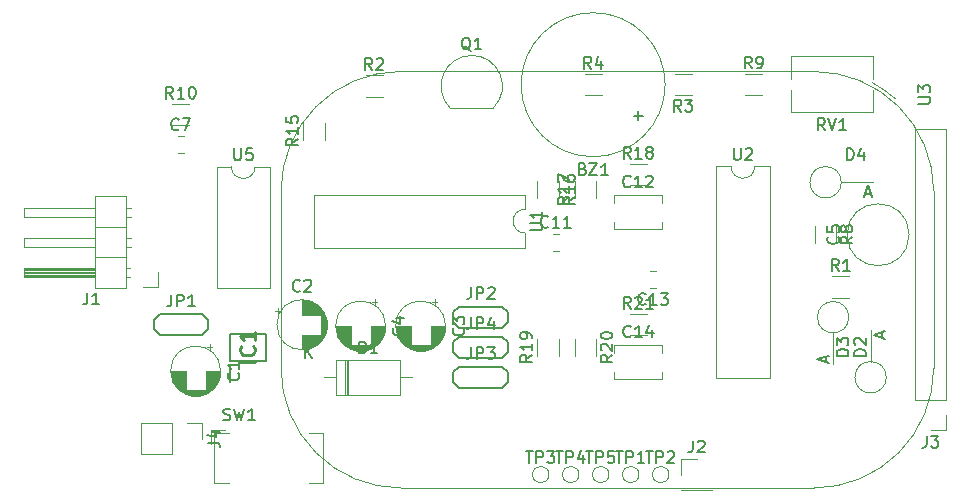
<source format=gbr>
%TF.GenerationSoftware,KiCad,Pcbnew,(6.0.2)*%
%TF.CreationDate,2022-06-08T22:41:36-07:00*%
%TF.ProjectId,TrailAlarm,54726169-6c41-46c6-9172-6d2e6b696361,1*%
%TF.SameCoordinates,Original*%
%TF.FileFunction,Legend,Top*%
%TF.FilePolarity,Positive*%
%FSLAX46Y46*%
G04 Gerber Fmt 4.6, Leading zero omitted, Abs format (unit mm)*
G04 Created by KiCad (PCBNEW (6.0.2)) date 2022-06-08 22:41:36*
%MOMM*%
%LPD*%
G01*
G04 APERTURE LIST*
%ADD10C,0.150000*%
%ADD11C,0.254000*%
%ADD12C,0.120000*%
%ADD13C,0.200000*%
G04 APERTURE END LIST*
D10*
%TO.C,R4*%
X156879592Y-112941639D02*
X156546259Y-112465449D01*
X156308163Y-112941639D02*
X156308163Y-111941639D01*
X156689116Y-111941639D01*
X156784354Y-111989259D01*
X156831973Y-112036878D01*
X156879592Y-112132116D01*
X156879592Y-112274973D01*
X156831973Y-112370211D01*
X156784354Y-112417830D01*
X156689116Y-112465449D01*
X156308163Y-112465449D01*
X157736735Y-112274973D02*
X157736735Y-112941639D01*
X157498639Y-111894020D02*
X157260544Y-112608306D01*
X157879592Y-112608306D01*
%TO.C,R18*%
X160213401Y-120561639D02*
X159880068Y-120085449D01*
X159641973Y-120561639D02*
X159641973Y-119561639D01*
X160022925Y-119561639D01*
X160118163Y-119609259D01*
X160165782Y-119656878D01*
X160213401Y-119752116D01*
X160213401Y-119894973D01*
X160165782Y-119990211D01*
X160118163Y-120037830D01*
X160022925Y-120085449D01*
X159641973Y-120085449D01*
X161165782Y-120561639D02*
X160594354Y-120561639D01*
X160880068Y-120561639D02*
X160880068Y-119561639D01*
X160784830Y-119704497D01*
X160689592Y-119799735D01*
X160594354Y-119847354D01*
X161737211Y-119990211D02*
X161641973Y-119942592D01*
X161594354Y-119894973D01*
X161546735Y-119799735D01*
X161546735Y-119752116D01*
X161594354Y-119656878D01*
X161641973Y-119609259D01*
X161737211Y-119561639D01*
X161927687Y-119561639D01*
X162022925Y-119609259D01*
X162070544Y-119656878D01*
X162118163Y-119752116D01*
X162118163Y-119799735D01*
X162070544Y-119894973D01*
X162022925Y-119942592D01*
X161927687Y-119990211D01*
X161737211Y-119990211D01*
X161641973Y-120037830D01*
X161594354Y-120085449D01*
X161546735Y-120180687D01*
X161546735Y-120371163D01*
X161594354Y-120466401D01*
X161641973Y-120514020D01*
X161737211Y-120561639D01*
X161927687Y-120561639D01*
X162022925Y-120514020D01*
X162070544Y-120466401D01*
X162118163Y-120371163D01*
X162118163Y-120180687D01*
X162070544Y-120085449D01*
X162022925Y-120037830D01*
X161927687Y-119990211D01*
%TO.C,R19*%
X151868639Y-137177116D02*
X151392449Y-137510449D01*
X151868639Y-137748544D02*
X150868639Y-137748544D01*
X150868639Y-137367592D01*
X150916259Y-137272354D01*
X150963878Y-137224735D01*
X151059116Y-137177116D01*
X151201973Y-137177116D01*
X151297211Y-137224735D01*
X151344830Y-137272354D01*
X151392449Y-137367592D01*
X151392449Y-137748544D01*
X151868639Y-136224735D02*
X151868639Y-136796163D01*
X151868639Y-136510449D02*
X150868639Y-136510449D01*
X151011497Y-136605687D01*
X151106735Y-136700925D01*
X151154354Y-136796163D01*
X151868639Y-135748544D02*
X151868639Y-135558068D01*
X151821020Y-135462830D01*
X151773401Y-135415211D01*
X151630544Y-135319973D01*
X151440068Y-135272354D01*
X151059116Y-135272354D01*
X150963878Y-135319973D01*
X150916259Y-135367592D01*
X150868639Y-135462830D01*
X150868639Y-135653306D01*
X150916259Y-135748544D01*
X150963878Y-135796163D01*
X151059116Y-135843782D01*
X151297211Y-135843782D01*
X151392449Y-135796163D01*
X151440068Y-135748544D01*
X151487687Y-135653306D01*
X151487687Y-135462830D01*
X151440068Y-135367592D01*
X151392449Y-135319973D01*
X151297211Y-135272354D01*
%TO.C,C14*%
X160233401Y-135611401D02*
X160185782Y-135659020D01*
X160042925Y-135706639D01*
X159947687Y-135706639D01*
X159804830Y-135659020D01*
X159709592Y-135563782D01*
X159661973Y-135468544D01*
X159614354Y-135278068D01*
X159614354Y-135135211D01*
X159661973Y-134944735D01*
X159709592Y-134849497D01*
X159804830Y-134754259D01*
X159947687Y-134706639D01*
X160042925Y-134706639D01*
X160185782Y-134754259D01*
X160233401Y-134801878D01*
X161185782Y-135706639D02*
X160614354Y-135706639D01*
X160900068Y-135706639D02*
X160900068Y-134706639D01*
X160804830Y-134849497D01*
X160709592Y-134944735D01*
X160614354Y-134992354D01*
X162042925Y-135039973D02*
X162042925Y-135706639D01*
X161804830Y-134659020D02*
X161566735Y-135373306D01*
X162185782Y-135373306D01*
%TO.C,R8*%
X179003639Y-127175925D02*
X178527449Y-127509259D01*
X179003639Y-127747354D02*
X178003639Y-127747354D01*
X178003639Y-127366401D01*
X178051259Y-127271163D01*
X178098878Y-127223544D01*
X178194116Y-127175925D01*
X178336973Y-127175925D01*
X178432211Y-127223544D01*
X178479830Y-127271163D01*
X178527449Y-127366401D01*
X178527449Y-127747354D01*
X178432211Y-126604497D02*
X178384592Y-126699735D01*
X178336973Y-126747354D01*
X178241735Y-126794973D01*
X178194116Y-126794973D01*
X178098878Y-126747354D01*
X178051259Y-126699735D01*
X178003639Y-126604497D01*
X178003639Y-126414020D01*
X178051259Y-126318782D01*
X178098878Y-126271163D01*
X178194116Y-126223544D01*
X178241735Y-126223544D01*
X178336973Y-126271163D01*
X178384592Y-126318782D01*
X178432211Y-126414020D01*
X178432211Y-126604497D01*
X178479830Y-126699735D01*
X178527449Y-126747354D01*
X178622687Y-126794973D01*
X178813163Y-126794973D01*
X178908401Y-126747354D01*
X178956020Y-126699735D01*
X179003639Y-126604497D01*
X179003639Y-126414020D01*
X178956020Y-126318782D01*
X178908401Y-126271163D01*
X178813163Y-126223544D01*
X178622687Y-126223544D01*
X178527449Y-126271163D01*
X178479830Y-126318782D01*
X178432211Y-126414020D01*
%TO.C,JP1*%
X121337925Y-132081639D02*
X121337925Y-132795925D01*
X121290306Y-132938782D01*
X121195068Y-133034020D01*
X121052211Y-133081639D01*
X120956973Y-133081639D01*
X121814116Y-133081639D02*
X121814116Y-132081639D01*
X122195068Y-132081639D01*
X122290306Y-132129259D01*
X122337925Y-132176878D01*
X122385544Y-132272116D01*
X122385544Y-132414973D01*
X122337925Y-132510211D01*
X122290306Y-132557830D01*
X122195068Y-132605449D01*
X121814116Y-132605449D01*
X123337925Y-133081639D02*
X122766497Y-133081639D01*
X123052211Y-133081639D02*
X123052211Y-132081639D01*
X122956973Y-132224497D01*
X122861735Y-132319735D01*
X122766497Y-132367354D01*
%TO.C,R1*%
X177834592Y-130086639D02*
X177501259Y-129610449D01*
X177263163Y-130086639D02*
X177263163Y-129086639D01*
X177644116Y-129086639D01*
X177739354Y-129134259D01*
X177786973Y-129181878D01*
X177834592Y-129277116D01*
X177834592Y-129419973D01*
X177786973Y-129515211D01*
X177739354Y-129562830D01*
X177644116Y-129610449D01*
X177263163Y-129610449D01*
X178786973Y-130086639D02*
X178215544Y-130086639D01*
X178501259Y-130086639D02*
X178501259Y-129086639D01*
X178406020Y-129229497D01*
X178310782Y-129324735D01*
X178215544Y-129372354D01*
%TO.C,TP2*%
X161508614Y-145324380D02*
X162080042Y-145324380D01*
X161794328Y-146324380D02*
X161794328Y-145324380D01*
X162413376Y-146324380D02*
X162413376Y-145324380D01*
X162794328Y-145324380D01*
X162889566Y-145372000D01*
X162937185Y-145419619D01*
X162984804Y-145514857D01*
X162984804Y-145657714D01*
X162937185Y-145752952D01*
X162889566Y-145800571D01*
X162794328Y-145848190D01*
X162413376Y-145848190D01*
X163365757Y-145419619D02*
X163413376Y-145372000D01*
X163508614Y-145324380D01*
X163746709Y-145324380D01*
X163841947Y-145372000D01*
X163889566Y-145419619D01*
X163937185Y-145514857D01*
X163937185Y-145610095D01*
X163889566Y-145752952D01*
X163318138Y-146324380D01*
X163937185Y-146324380D01*
%TO.C,R17*%
X155043639Y-123842116D02*
X154567449Y-124175449D01*
X155043639Y-124413544D02*
X154043639Y-124413544D01*
X154043639Y-124032592D01*
X154091259Y-123937354D01*
X154138878Y-123889735D01*
X154234116Y-123842116D01*
X154376973Y-123842116D01*
X154472211Y-123889735D01*
X154519830Y-123937354D01*
X154567449Y-124032592D01*
X154567449Y-124413544D01*
X155043639Y-122889735D02*
X155043639Y-123461163D01*
X155043639Y-123175449D02*
X154043639Y-123175449D01*
X154186497Y-123270687D01*
X154281735Y-123365925D01*
X154329354Y-123461163D01*
X154043639Y-122556401D02*
X154043639Y-121889735D01*
X155043639Y-122318306D01*
%TO.C,R2*%
X138346852Y-113059380D02*
X138013519Y-112583190D01*
X137775423Y-113059380D02*
X137775423Y-112059380D01*
X138156376Y-112059380D01*
X138251614Y-112107000D01*
X138299233Y-112154619D01*
X138346852Y-112249857D01*
X138346852Y-112392714D01*
X138299233Y-112487952D01*
X138251614Y-112535571D01*
X138156376Y-112583190D01*
X137775423Y-112583190D01*
X138727804Y-112154619D02*
X138775423Y-112107000D01*
X138870661Y-112059380D01*
X139108757Y-112059380D01*
X139203995Y-112107000D01*
X139251614Y-112154619D01*
X139299233Y-112249857D01*
X139299233Y-112345095D01*
X139251614Y-112487952D01*
X138680185Y-113059380D01*
X139299233Y-113059380D01*
%TO.C,D2*%
X180145010Y-137272354D02*
X179145010Y-137272354D01*
X179145010Y-137034259D01*
X179192630Y-136891401D01*
X179287868Y-136796163D01*
X179383106Y-136748544D01*
X179573582Y-136700925D01*
X179716439Y-136700925D01*
X179906915Y-136748544D01*
X180002153Y-136796163D01*
X180097391Y-136891401D01*
X180145010Y-137034259D01*
X180145010Y-137272354D01*
X179240249Y-136319973D02*
X179192630Y-136272354D01*
X179145010Y-136177116D01*
X179145010Y-135939020D01*
X179192630Y-135843782D01*
X179240249Y-135796163D01*
X179335487Y-135748544D01*
X179430725Y-135748544D01*
X179573582Y-135796163D01*
X180145010Y-136367592D01*
X180145010Y-135748544D01*
X176732925Y-137812354D02*
X176732925Y-137336163D01*
X177018639Y-137907592D02*
X176018639Y-137574259D01*
X177018639Y-137240925D01*
%TO.C,J1*%
X114227925Y-131906639D02*
X114227925Y-132620925D01*
X114180306Y-132763782D01*
X114085068Y-132859020D01*
X113942211Y-132906639D01*
X113846973Y-132906639D01*
X115227925Y-132906639D02*
X114656497Y-132906639D01*
X114942211Y-132906639D02*
X114942211Y-131906639D01*
X114846973Y-132049497D01*
X114751735Y-132144735D01*
X114656497Y-132192354D01*
%TO.C,R20*%
X158683639Y-137177116D02*
X158207449Y-137510449D01*
X158683639Y-137748544D02*
X157683639Y-137748544D01*
X157683639Y-137367592D01*
X157731259Y-137272354D01*
X157778878Y-137224735D01*
X157874116Y-137177116D01*
X158016973Y-137177116D01*
X158112211Y-137224735D01*
X158159830Y-137272354D01*
X158207449Y-137367592D01*
X158207449Y-137748544D01*
X157778878Y-136796163D02*
X157731259Y-136748544D01*
X157683639Y-136653306D01*
X157683639Y-136415211D01*
X157731259Y-136319973D01*
X157778878Y-136272354D01*
X157874116Y-136224735D01*
X157969354Y-136224735D01*
X158112211Y-136272354D01*
X158683639Y-136843782D01*
X158683639Y-136224735D01*
X157683639Y-135605687D02*
X157683639Y-135510449D01*
X157731259Y-135415211D01*
X157778878Y-135367592D01*
X157874116Y-135319973D01*
X158064592Y-135272354D01*
X158302687Y-135272354D01*
X158493163Y-135319973D01*
X158588401Y-135367592D01*
X158636020Y-135415211D01*
X158683639Y-135510449D01*
X158683639Y-135605687D01*
X158636020Y-135700925D01*
X158588401Y-135748544D01*
X158493163Y-135796163D01*
X158302687Y-135843782D01*
X158064592Y-135843782D01*
X157874116Y-135796163D01*
X157778878Y-135748544D01*
X157731259Y-135700925D01*
X157683639Y-135605687D01*
%TO.C,R21*%
X160233401Y-133261639D02*
X159900068Y-132785449D01*
X159661973Y-133261639D02*
X159661973Y-132261639D01*
X160042925Y-132261639D01*
X160138163Y-132309259D01*
X160185782Y-132356878D01*
X160233401Y-132452116D01*
X160233401Y-132594973D01*
X160185782Y-132690211D01*
X160138163Y-132737830D01*
X160042925Y-132785449D01*
X159661973Y-132785449D01*
X160614354Y-132356878D02*
X160661973Y-132309259D01*
X160757211Y-132261639D01*
X160995306Y-132261639D01*
X161090544Y-132309259D01*
X161138163Y-132356878D01*
X161185782Y-132452116D01*
X161185782Y-132547354D01*
X161138163Y-132690211D01*
X160566735Y-133261639D01*
X161185782Y-133261639D01*
X162138163Y-133261639D02*
X161566735Y-133261639D01*
X161852449Y-133261639D02*
X161852449Y-132261639D01*
X161757211Y-132404497D01*
X161661973Y-132499735D01*
X161566735Y-132547354D01*
%TO.C,J4*%
X124420899Y-144605333D02*
X125135185Y-144605333D01*
X125278042Y-144652952D01*
X125373280Y-144748190D01*
X125420899Y-144891047D01*
X125420899Y-144986285D01*
X124754233Y-143700571D02*
X125420899Y-143700571D01*
X124373280Y-143938666D02*
X125087566Y-144176761D01*
X125087566Y-143557714D01*
%TO.C,J2*%
X165485185Y-144442380D02*
X165485185Y-145156666D01*
X165437566Y-145299523D01*
X165342328Y-145394761D01*
X165199471Y-145442380D01*
X165104233Y-145442380D01*
X165913757Y-144537619D02*
X165961376Y-144490000D01*
X166056614Y-144442380D01*
X166294709Y-144442380D01*
X166389947Y-144490000D01*
X166437566Y-144537619D01*
X166485185Y-144632857D01*
X166485185Y-144728095D01*
X166437566Y-144870952D01*
X165866138Y-145442380D01*
X166485185Y-145442380D01*
%TO.C,TP4*%
X153888614Y-145324380D02*
X154460042Y-145324380D01*
X154174328Y-146324380D02*
X154174328Y-145324380D01*
X154793376Y-146324380D02*
X154793376Y-145324380D01*
X155174328Y-145324380D01*
X155269566Y-145372000D01*
X155317185Y-145419619D01*
X155364804Y-145514857D01*
X155364804Y-145657714D01*
X155317185Y-145752952D01*
X155269566Y-145800571D01*
X155174328Y-145848190D01*
X154793376Y-145848190D01*
X156221947Y-145657714D02*
X156221947Y-146324380D01*
X155983852Y-145276761D02*
X155745757Y-145991047D01*
X156364804Y-145991047D01*
%TO.C,C4*%
X140968401Y-134910925D02*
X141016020Y-134958544D01*
X141063639Y-135101401D01*
X141063639Y-135196639D01*
X141016020Y-135339497D01*
X140920782Y-135434735D01*
X140825544Y-135482354D01*
X140635068Y-135529973D01*
X140492211Y-135529973D01*
X140301735Y-135482354D01*
X140206497Y-135434735D01*
X140111259Y-135339497D01*
X140063639Y-135196639D01*
X140063639Y-135101401D01*
X140111259Y-134958544D01*
X140158878Y-134910925D01*
X140396973Y-134053782D02*
X141063639Y-134053782D01*
X140016020Y-134291878D02*
X140730306Y-134529973D01*
X140730306Y-133910925D01*
%TO.C,U1*%
X151730899Y-126618904D02*
X152540423Y-126618904D01*
X152635661Y-126571285D01*
X152683280Y-126523666D01*
X152730899Y-126428428D01*
X152730899Y-126237952D01*
X152683280Y-126142714D01*
X152635661Y-126095095D01*
X152540423Y-126047476D01*
X151730899Y-126047476D01*
X152730899Y-125047476D02*
X152730899Y-125618904D01*
X152730899Y-125333190D02*
X151730899Y-125333190D01*
X151873757Y-125428428D01*
X151968995Y-125523666D01*
X152016614Y-125618904D01*
%TO.C,RV1*%
X176668280Y-118162380D02*
X176334947Y-117686190D01*
X176096852Y-118162380D02*
X176096852Y-117162380D01*
X176477804Y-117162380D01*
X176573042Y-117210000D01*
X176620661Y-117257619D01*
X176668280Y-117352857D01*
X176668280Y-117495714D01*
X176620661Y-117590952D01*
X176573042Y-117638571D01*
X176477804Y-117686190D01*
X176096852Y-117686190D01*
X176953995Y-117162380D02*
X177287328Y-118162380D01*
X177620661Y-117162380D01*
X178477804Y-118162380D02*
X177906376Y-118162380D01*
X178192090Y-118162380D02*
X178192090Y-117162380D01*
X178096852Y-117305238D01*
X178001614Y-117400476D01*
X177906376Y-117448095D01*
%TO.C,JP2*%
X146717925Y-131446639D02*
X146717925Y-132160925D01*
X146670306Y-132303782D01*
X146575068Y-132399020D01*
X146432211Y-132446639D01*
X146336973Y-132446639D01*
X147194116Y-132446639D02*
X147194116Y-131446639D01*
X147575068Y-131446639D01*
X147670306Y-131494259D01*
X147717925Y-131541878D01*
X147765544Y-131637116D01*
X147765544Y-131779973D01*
X147717925Y-131875211D01*
X147670306Y-131922830D01*
X147575068Y-131970449D01*
X147194116Y-131970449D01*
X148146497Y-131541878D02*
X148194116Y-131494259D01*
X148289354Y-131446639D01*
X148527449Y-131446639D01*
X148622687Y-131494259D01*
X148670306Y-131541878D01*
X148717925Y-131637116D01*
X148717925Y-131732354D01*
X148670306Y-131875211D01*
X148098878Y-132446639D01*
X148717925Y-132446639D01*
%TO.C,U5*%
X126656854Y-119696639D02*
X126656854Y-120506163D01*
X126704473Y-120601401D01*
X126752092Y-120649020D01*
X126847330Y-120696639D01*
X127037806Y-120696639D01*
X127133044Y-120649020D01*
X127180663Y-120601401D01*
X127228282Y-120506163D01*
X127228282Y-119696639D01*
X128180663Y-119696639D02*
X127704473Y-119696639D01*
X127656854Y-120172830D01*
X127704473Y-120125211D01*
X127799711Y-120077592D01*
X128037806Y-120077592D01*
X128133044Y-120125211D01*
X128180663Y-120172830D01*
X128228282Y-120268068D01*
X128228282Y-120506163D01*
X128180663Y-120601401D01*
X128133044Y-120649020D01*
X128037806Y-120696639D01*
X127799711Y-120696639D01*
X127704473Y-120649020D01*
X127656854Y-120601401D01*
%TO.C,TP1*%
X158968614Y-145324380D02*
X159540042Y-145324380D01*
X159254328Y-146324380D02*
X159254328Y-145324380D01*
X159873376Y-146324380D02*
X159873376Y-145324380D01*
X160254328Y-145324380D01*
X160349566Y-145372000D01*
X160397185Y-145419619D01*
X160444804Y-145514857D01*
X160444804Y-145657714D01*
X160397185Y-145752952D01*
X160349566Y-145800571D01*
X160254328Y-145848190D01*
X159873376Y-145848190D01*
X161397185Y-146324380D02*
X160825757Y-146324380D01*
X161111471Y-146324380D02*
X161111471Y-145324380D01*
X161016233Y-145467238D01*
X160920995Y-145562476D01*
X160825757Y-145610095D01*
%TO.C,C1*%
X126998401Y-138720925D02*
X127046020Y-138768544D01*
X127093639Y-138911401D01*
X127093639Y-139006639D01*
X127046020Y-139149497D01*
X126950782Y-139244735D01*
X126855544Y-139292354D01*
X126665068Y-139339973D01*
X126522211Y-139339973D01*
X126331735Y-139292354D01*
X126236497Y-139244735D01*
X126141259Y-139149497D01*
X126093639Y-139006639D01*
X126093639Y-138911401D01*
X126141259Y-138768544D01*
X126188878Y-138720925D01*
X127093639Y-137768544D02*
X127093639Y-138339973D01*
X127093639Y-138054259D02*
X126093639Y-138054259D01*
X126236497Y-138149497D01*
X126331735Y-138244735D01*
X126379354Y-138339973D01*
%TO.C,R16*%
X155508639Y-123842116D02*
X155032449Y-124175449D01*
X155508639Y-124413544D02*
X154508639Y-124413544D01*
X154508639Y-124032592D01*
X154556259Y-123937354D01*
X154603878Y-123889735D01*
X154699116Y-123842116D01*
X154841973Y-123842116D01*
X154937211Y-123889735D01*
X154984830Y-123937354D01*
X155032449Y-124032592D01*
X155032449Y-124413544D01*
X155508639Y-122889735D02*
X155508639Y-123461163D01*
X155508639Y-123175449D02*
X154508639Y-123175449D01*
X154651497Y-123270687D01*
X154746735Y-123365925D01*
X154794354Y-123461163D01*
X154508639Y-122032592D02*
X154508639Y-122223068D01*
X154556259Y-122318306D01*
X154603878Y-122365925D01*
X154746735Y-122461163D01*
X154937211Y-122508782D01*
X155318163Y-122508782D01*
X155413401Y-122461163D01*
X155461020Y-122413544D01*
X155508639Y-122318306D01*
X155508639Y-122127830D01*
X155461020Y-122032592D01*
X155413401Y-121984973D01*
X155318163Y-121937354D01*
X155080068Y-121937354D01*
X154984830Y-121984973D01*
X154937211Y-122032592D01*
X154889592Y-122127830D01*
X154889592Y-122318306D01*
X154937211Y-122413544D01*
X154984830Y-122461163D01*
X155080068Y-122508782D01*
%TO.C,SW1*%
X125750185Y-142676761D02*
X125893042Y-142724380D01*
X126131138Y-142724380D01*
X126226376Y-142676761D01*
X126273995Y-142629142D01*
X126321614Y-142533904D01*
X126321614Y-142438666D01*
X126273995Y-142343428D01*
X126226376Y-142295809D01*
X126131138Y-142248190D01*
X125940661Y-142200571D01*
X125845423Y-142152952D01*
X125797804Y-142105333D01*
X125750185Y-142010095D01*
X125750185Y-141914857D01*
X125797804Y-141819619D01*
X125845423Y-141772000D01*
X125940661Y-141724380D01*
X126178757Y-141724380D01*
X126321614Y-141772000D01*
X126654947Y-141724380D02*
X126893042Y-142724380D01*
X127083519Y-142010095D01*
X127273995Y-142724380D01*
X127512090Y-141724380D01*
X128416852Y-142724380D02*
X127845423Y-142724380D01*
X128131138Y-142724380D02*
X128131138Y-141724380D01*
X128035899Y-141867238D01*
X127940661Y-141962476D01*
X127845423Y-142010095D01*
%TO.C,D3*%
X178667268Y-137272354D02*
X177667268Y-137272354D01*
X177667268Y-137034259D01*
X177714888Y-136891401D01*
X177810126Y-136796163D01*
X177905364Y-136748544D01*
X178095840Y-136700925D01*
X178238697Y-136700925D01*
X178429173Y-136748544D01*
X178524411Y-136796163D01*
X178619649Y-136891401D01*
X178667268Y-137034259D01*
X178667268Y-137272354D01*
X177667268Y-136367592D02*
X177667268Y-135748544D01*
X178048221Y-136081878D01*
X178048221Y-135939020D01*
X178095840Y-135843782D01*
X178143459Y-135796163D01*
X178238697Y-135748544D01*
X178476792Y-135748544D01*
X178572030Y-135796163D01*
X178619649Y-135843782D01*
X178667268Y-135939020D01*
X178667268Y-136224735D01*
X178619649Y-136319973D01*
X178572030Y-136367592D01*
X181507925Y-135732354D02*
X181507925Y-135256163D01*
X181793639Y-135827592D02*
X180793639Y-135494259D01*
X181793639Y-135160925D01*
%TO.C,TP3*%
X151348614Y-145324380D02*
X151920042Y-145324380D01*
X151634328Y-146324380D02*
X151634328Y-145324380D01*
X152253376Y-146324380D02*
X152253376Y-145324380D01*
X152634328Y-145324380D01*
X152729566Y-145372000D01*
X152777185Y-145419619D01*
X152824804Y-145514857D01*
X152824804Y-145657714D01*
X152777185Y-145752952D01*
X152729566Y-145800571D01*
X152634328Y-145848190D01*
X152253376Y-145848190D01*
X153158138Y-145324380D02*
X153777185Y-145324380D01*
X153443852Y-145705333D01*
X153586709Y-145705333D01*
X153681947Y-145752952D01*
X153729566Y-145800571D01*
X153777185Y-145895809D01*
X153777185Y-146133904D01*
X153729566Y-146229142D01*
X153681947Y-146276761D01*
X153586709Y-146324380D01*
X153300995Y-146324380D01*
X153205757Y-146276761D01*
X153158138Y-146229142D01*
%TO.C,C13*%
X161483401Y-132856401D02*
X161435782Y-132904020D01*
X161292925Y-132951639D01*
X161197687Y-132951639D01*
X161054830Y-132904020D01*
X160959592Y-132808782D01*
X160911973Y-132713544D01*
X160864354Y-132523068D01*
X160864354Y-132380211D01*
X160911973Y-132189735D01*
X160959592Y-132094497D01*
X161054830Y-131999259D01*
X161197687Y-131951639D01*
X161292925Y-131951639D01*
X161435782Y-131999259D01*
X161483401Y-132046878D01*
X162435782Y-132951639D02*
X161864354Y-132951639D01*
X162150068Y-132951639D02*
X162150068Y-131951639D01*
X162054830Y-132094497D01*
X161959592Y-132189735D01*
X161864354Y-132237354D01*
X162769116Y-131951639D02*
X163388163Y-131951639D01*
X163054830Y-132332592D01*
X163197687Y-132332592D01*
X163292925Y-132380211D01*
X163340544Y-132427830D01*
X163388163Y-132523068D01*
X163388163Y-132761163D01*
X163340544Y-132856401D01*
X163292925Y-132904020D01*
X163197687Y-132951639D01*
X162911973Y-132951639D01*
X162816735Y-132904020D01*
X162769116Y-132856401D01*
%TO.C,BZ1*%
X156165306Y-121437830D02*
X156308163Y-121485449D01*
X156355782Y-121533068D01*
X156403401Y-121628306D01*
X156403401Y-121771163D01*
X156355782Y-121866401D01*
X156308163Y-121914020D01*
X156212925Y-121961639D01*
X155831973Y-121961639D01*
X155831973Y-120961639D01*
X156165306Y-120961639D01*
X156260544Y-121009259D01*
X156308163Y-121056878D01*
X156355782Y-121152116D01*
X156355782Y-121247354D01*
X156308163Y-121342592D01*
X156260544Y-121390211D01*
X156165306Y-121437830D01*
X155831973Y-121437830D01*
X156736735Y-120961639D02*
X157403401Y-120961639D01*
X156736735Y-121961639D01*
X157403401Y-121961639D01*
X158308163Y-121961639D02*
X157736735Y-121961639D01*
X158022449Y-121961639D02*
X158022449Y-120961639D01*
X157927211Y-121104497D01*
X157831973Y-121199735D01*
X157736735Y-121247354D01*
X160475306Y-116920687D02*
X161237211Y-116920687D01*
X160856259Y-117301639D02*
X160856259Y-116539735D01*
%TO.C,C3*%
X146048401Y-134910925D02*
X146096020Y-134958544D01*
X146143639Y-135101401D01*
X146143639Y-135196639D01*
X146096020Y-135339497D01*
X146000782Y-135434735D01*
X145905544Y-135482354D01*
X145715068Y-135529973D01*
X145572211Y-135529973D01*
X145381735Y-135482354D01*
X145286497Y-135434735D01*
X145191259Y-135339497D01*
X145143639Y-135196639D01*
X145143639Y-135101401D01*
X145191259Y-134958544D01*
X145238878Y-134910925D01*
X145143639Y-134577592D02*
X145143639Y-133958544D01*
X145524592Y-134291878D01*
X145524592Y-134149020D01*
X145572211Y-134053782D01*
X145619830Y-134006163D01*
X145715068Y-133958544D01*
X145953163Y-133958544D01*
X146048401Y-134006163D01*
X146096020Y-134053782D01*
X146143639Y-134149020D01*
X146143639Y-134434735D01*
X146096020Y-134529973D01*
X146048401Y-134577592D01*
%TO.C,R15*%
X132065899Y-118879857D02*
X131589709Y-119213190D01*
X132065899Y-119451285D02*
X131065899Y-119451285D01*
X131065899Y-119070333D01*
X131113519Y-118975095D01*
X131161138Y-118927476D01*
X131256376Y-118879857D01*
X131399233Y-118879857D01*
X131494471Y-118927476D01*
X131542090Y-118975095D01*
X131589709Y-119070333D01*
X131589709Y-119451285D01*
X132065899Y-117927476D02*
X132065899Y-118498904D01*
X132065899Y-118213190D02*
X131065899Y-118213190D01*
X131208757Y-118308428D01*
X131303995Y-118403666D01*
X131351614Y-118498904D01*
X131065899Y-117022714D02*
X131065899Y-117498904D01*
X131542090Y-117546523D01*
X131494471Y-117498904D01*
X131446852Y-117403666D01*
X131446852Y-117165571D01*
X131494471Y-117070333D01*
X131542090Y-117022714D01*
X131637328Y-116975095D01*
X131875423Y-116975095D01*
X131970661Y-117022714D01*
X132018280Y-117070333D01*
X132065899Y-117165571D01*
X132065899Y-117403666D01*
X132018280Y-117498904D01*
X131970661Y-117546523D01*
%TO.C,U3*%
X184593639Y-115901163D02*
X185403163Y-115901163D01*
X185498401Y-115853544D01*
X185546020Y-115805925D01*
X185593639Y-115710687D01*
X185593639Y-115520211D01*
X185546020Y-115424973D01*
X185498401Y-115377354D01*
X185403163Y-115329735D01*
X184593639Y-115329735D01*
X184593639Y-114948782D02*
X184593639Y-114329735D01*
X184974592Y-114663068D01*
X184974592Y-114520211D01*
X185022211Y-114424973D01*
X185069830Y-114377354D01*
X185165068Y-114329735D01*
X185403163Y-114329735D01*
X185498401Y-114377354D01*
X185546020Y-114424973D01*
X185593639Y-114520211D01*
X185593639Y-114805925D01*
X185546020Y-114901163D01*
X185498401Y-114948782D01*
%TO.C,C12*%
X160213401Y-122911401D02*
X160165782Y-122959020D01*
X160022925Y-123006639D01*
X159927687Y-123006639D01*
X159784830Y-122959020D01*
X159689592Y-122863782D01*
X159641973Y-122768544D01*
X159594354Y-122578068D01*
X159594354Y-122435211D01*
X159641973Y-122244735D01*
X159689592Y-122149497D01*
X159784830Y-122054259D01*
X159927687Y-122006639D01*
X160022925Y-122006639D01*
X160165782Y-122054259D01*
X160213401Y-122101878D01*
X161165782Y-123006639D02*
X160594354Y-123006639D01*
X160880068Y-123006639D02*
X160880068Y-122006639D01*
X160784830Y-122149497D01*
X160689592Y-122244735D01*
X160594354Y-122292354D01*
X161546735Y-122101878D02*
X161594354Y-122054259D01*
X161689592Y-122006639D01*
X161927687Y-122006639D01*
X162022925Y-122054259D01*
X162070544Y-122101878D01*
X162118163Y-122197116D01*
X162118163Y-122292354D01*
X162070544Y-122435211D01*
X161499116Y-123006639D01*
X162118163Y-123006639D01*
%TO.C,C5*%
X177783401Y-127175925D02*
X177831020Y-127223544D01*
X177878639Y-127366401D01*
X177878639Y-127461639D01*
X177831020Y-127604497D01*
X177735782Y-127699735D01*
X177640544Y-127747354D01*
X177450068Y-127794973D01*
X177307211Y-127794973D01*
X177116735Y-127747354D01*
X177021497Y-127699735D01*
X176926259Y-127604497D01*
X176878639Y-127461639D01*
X176878639Y-127366401D01*
X176926259Y-127223544D01*
X176973878Y-127175925D01*
X176878639Y-126271163D02*
X176878639Y-126747354D01*
X177354830Y-126794973D01*
X177307211Y-126747354D01*
X177259592Y-126652116D01*
X177259592Y-126414020D01*
X177307211Y-126318782D01*
X177354830Y-126271163D01*
X177450068Y-126223544D01*
X177688163Y-126223544D01*
X177783401Y-126271163D01*
X177831020Y-126318782D01*
X177878639Y-126414020D01*
X177878639Y-126652116D01*
X177831020Y-126747354D01*
X177783401Y-126794973D01*
%TO.C,C2*%
X132229592Y-131736401D02*
X132181973Y-131784020D01*
X132039116Y-131831639D01*
X131943878Y-131831639D01*
X131801020Y-131784020D01*
X131705782Y-131688782D01*
X131658163Y-131593544D01*
X131610544Y-131403068D01*
X131610544Y-131260211D01*
X131658163Y-131069735D01*
X131705782Y-130974497D01*
X131801020Y-130879259D01*
X131943878Y-130831639D01*
X132039116Y-130831639D01*
X132181973Y-130879259D01*
X132229592Y-130926878D01*
X132610544Y-130926878D02*
X132658163Y-130879259D01*
X132753401Y-130831639D01*
X132991497Y-130831639D01*
X133086735Y-130879259D01*
X133134354Y-130926878D01*
X133181973Y-131022116D01*
X133181973Y-131117354D01*
X133134354Y-131260211D01*
X132562925Y-131831639D01*
X133181973Y-131831639D01*
%TO.C,D1*%
X137258163Y-137056639D02*
X137258163Y-136056639D01*
X137496259Y-136056639D01*
X137639116Y-136104259D01*
X137734354Y-136199497D01*
X137781973Y-136294735D01*
X137829592Y-136485211D01*
X137829592Y-136628068D01*
X137781973Y-136818544D01*
X137734354Y-136913782D01*
X137639116Y-137009020D01*
X137496259Y-137056639D01*
X137258163Y-137056639D01*
X138781973Y-137056639D02*
X138210544Y-137056639D01*
X138496259Y-137056639D02*
X138496259Y-136056639D01*
X138401020Y-136199497D01*
X138305782Y-136294735D01*
X138210544Y-136342354D01*
X132654354Y-137426639D02*
X132654354Y-136426639D01*
X133225782Y-137426639D02*
X132797211Y-136855211D01*
X133225782Y-136426639D02*
X132654354Y-136998068D01*
%TO.C,R10*%
X121478401Y-115481639D02*
X121145068Y-115005449D01*
X120906973Y-115481639D02*
X120906973Y-114481639D01*
X121287925Y-114481639D01*
X121383163Y-114529259D01*
X121430782Y-114576878D01*
X121478401Y-114672116D01*
X121478401Y-114814973D01*
X121430782Y-114910211D01*
X121383163Y-114957830D01*
X121287925Y-115005449D01*
X120906973Y-115005449D01*
X122430782Y-115481639D02*
X121859354Y-115481639D01*
X122145068Y-115481639D02*
X122145068Y-114481639D01*
X122049830Y-114624497D01*
X121954592Y-114719735D01*
X121859354Y-114767354D01*
X123049830Y-114481639D02*
X123145068Y-114481639D01*
X123240306Y-114529259D01*
X123287925Y-114576878D01*
X123335544Y-114672116D01*
X123383163Y-114862592D01*
X123383163Y-115100687D01*
X123335544Y-115291163D01*
X123287925Y-115386401D01*
X123240306Y-115434020D01*
X123145068Y-115481639D01*
X123049830Y-115481639D01*
X122954592Y-115434020D01*
X122906973Y-115386401D01*
X122859354Y-115291163D01*
X122811735Y-115100687D01*
X122811735Y-114862592D01*
X122859354Y-114672116D01*
X122906973Y-114576878D01*
X122954592Y-114529259D01*
X123049830Y-114481639D01*
D11*
%TO.C,IC1*%
X128410782Y-137774020D02*
X127140782Y-137774020D01*
X128289830Y-136443544D02*
X128350306Y-136504020D01*
X128410782Y-136685449D01*
X128410782Y-136806401D01*
X128350306Y-136987830D01*
X128229354Y-137108782D01*
X128108401Y-137169259D01*
X127866497Y-137229735D01*
X127685068Y-137229735D01*
X127443163Y-137169259D01*
X127322211Y-137108782D01*
X127201259Y-136987830D01*
X127140782Y-136806401D01*
X127140782Y-136685449D01*
X127201259Y-136504020D01*
X127261735Y-136443544D01*
X128410782Y-135234020D02*
X128410782Y-135959735D01*
X128410782Y-135596878D02*
X127140782Y-135596878D01*
X127322211Y-135717830D01*
X127443163Y-135838782D01*
X127503639Y-135959735D01*
D10*
%TO.C,JP4*%
X146717925Y-133986639D02*
X146717925Y-134700925D01*
X146670306Y-134843782D01*
X146575068Y-134939020D01*
X146432211Y-134986639D01*
X146336973Y-134986639D01*
X147194116Y-134986639D02*
X147194116Y-133986639D01*
X147575068Y-133986639D01*
X147670306Y-134034259D01*
X147717925Y-134081878D01*
X147765544Y-134177116D01*
X147765544Y-134319973D01*
X147717925Y-134415211D01*
X147670306Y-134462830D01*
X147575068Y-134510449D01*
X147194116Y-134510449D01*
X148622687Y-134319973D02*
X148622687Y-134986639D01*
X148384592Y-133939020D02*
X148146497Y-134653306D01*
X148765544Y-134653306D01*
%TO.C,U2*%
X168969354Y-119681639D02*
X168969354Y-120491163D01*
X169016973Y-120586401D01*
X169064592Y-120634020D01*
X169159830Y-120681639D01*
X169350306Y-120681639D01*
X169445544Y-120634020D01*
X169493163Y-120586401D01*
X169540782Y-120491163D01*
X169540782Y-119681639D01*
X169969354Y-119776878D02*
X170016973Y-119729259D01*
X170112211Y-119681639D01*
X170350306Y-119681639D01*
X170445544Y-119729259D01*
X170493163Y-119776878D01*
X170540782Y-119872116D01*
X170540782Y-119967354D01*
X170493163Y-120110211D01*
X169921735Y-120681639D01*
X170540782Y-120681639D01*
%TO.C,J3*%
X185287925Y-144031639D02*
X185287925Y-144745925D01*
X185240306Y-144888782D01*
X185145068Y-144984020D01*
X185002211Y-145031639D01*
X184906973Y-145031639D01*
X185668878Y-144031639D02*
X186287925Y-144031639D01*
X185954592Y-144412592D01*
X186097449Y-144412592D01*
X186192687Y-144460211D01*
X186240306Y-144507830D01*
X186287925Y-144603068D01*
X186287925Y-144841163D01*
X186240306Y-144936401D01*
X186192687Y-144984020D01*
X186097449Y-145031639D01*
X185811735Y-145031639D01*
X185716497Y-144984020D01*
X185668878Y-144936401D01*
%TO.C,Q1*%
X146673280Y-111414619D02*
X146578042Y-111367000D01*
X146482804Y-111271761D01*
X146339947Y-111128904D01*
X146244709Y-111081285D01*
X146149471Y-111081285D01*
X146197090Y-111319380D02*
X146101852Y-111271761D01*
X146006614Y-111176523D01*
X145958995Y-110986047D01*
X145958995Y-110652714D01*
X146006614Y-110462238D01*
X146101852Y-110367000D01*
X146197090Y-110319380D01*
X146387566Y-110319380D01*
X146482804Y-110367000D01*
X146578042Y-110462238D01*
X146625661Y-110652714D01*
X146625661Y-110986047D01*
X146578042Y-111176523D01*
X146482804Y-111271761D01*
X146387566Y-111319380D01*
X146197090Y-111319380D01*
X147578042Y-111319380D02*
X147006614Y-111319380D01*
X147292328Y-111319380D02*
X147292328Y-110319380D01*
X147197090Y-110462238D01*
X147101852Y-110557476D01*
X147006614Y-110605095D01*
%TO.C,D4*%
X178533163Y-120690268D02*
X178533163Y-119690268D01*
X178771259Y-119690268D01*
X178914116Y-119737888D01*
X179009354Y-119833126D01*
X179056973Y-119928364D01*
X179104592Y-120118840D01*
X179104592Y-120261697D01*
X179056973Y-120452173D01*
X179009354Y-120547411D01*
X178914116Y-120642649D01*
X178771259Y-120690268D01*
X178533163Y-120690268D01*
X179961735Y-120023602D02*
X179961735Y-120690268D01*
X179723639Y-119642649D02*
X179485544Y-120356935D01*
X180104592Y-120356935D01*
X180073163Y-123530925D02*
X180549354Y-123530925D01*
X179977925Y-123816639D02*
X180311259Y-122816639D01*
X180644592Y-123816639D01*
%TO.C,R3*%
X164499592Y-116581639D02*
X164166259Y-116105449D01*
X163928163Y-116581639D02*
X163928163Y-115581639D01*
X164309116Y-115581639D01*
X164404354Y-115629259D01*
X164451973Y-115676878D01*
X164499592Y-115772116D01*
X164499592Y-115914973D01*
X164451973Y-116010211D01*
X164404354Y-116057830D01*
X164309116Y-116105449D01*
X163928163Y-116105449D01*
X164832925Y-115581639D02*
X165451973Y-115581639D01*
X165118639Y-115962592D01*
X165261497Y-115962592D01*
X165356735Y-116010211D01*
X165404354Y-116057830D01*
X165451973Y-116153068D01*
X165451973Y-116391163D01*
X165404354Y-116486401D01*
X165356735Y-116534020D01*
X165261497Y-116581639D01*
X164975782Y-116581639D01*
X164880544Y-116534020D01*
X164832925Y-116486401D01*
%TO.C,C7*%
X121954592Y-118066401D02*
X121906973Y-118114020D01*
X121764116Y-118161639D01*
X121668878Y-118161639D01*
X121526020Y-118114020D01*
X121430782Y-118018782D01*
X121383163Y-117923544D01*
X121335544Y-117733068D01*
X121335544Y-117590211D01*
X121383163Y-117399735D01*
X121430782Y-117304497D01*
X121526020Y-117209259D01*
X121668878Y-117161639D01*
X121764116Y-117161639D01*
X121906973Y-117209259D01*
X121954592Y-117256878D01*
X122287925Y-117161639D02*
X122954592Y-117161639D01*
X122526020Y-118161639D01*
%TO.C,JP3*%
X146717925Y-136526639D02*
X146717925Y-137240925D01*
X146670306Y-137383782D01*
X146575068Y-137479020D01*
X146432211Y-137526639D01*
X146336973Y-137526639D01*
X147194116Y-137526639D02*
X147194116Y-136526639D01*
X147575068Y-136526639D01*
X147670306Y-136574259D01*
X147717925Y-136621878D01*
X147765544Y-136717116D01*
X147765544Y-136859973D01*
X147717925Y-136955211D01*
X147670306Y-137002830D01*
X147575068Y-137050449D01*
X147194116Y-137050449D01*
X148098878Y-136526639D02*
X148717925Y-136526639D01*
X148384592Y-136907592D01*
X148527449Y-136907592D01*
X148622687Y-136955211D01*
X148670306Y-137002830D01*
X148717925Y-137098068D01*
X148717925Y-137336163D01*
X148670306Y-137431401D01*
X148622687Y-137479020D01*
X148527449Y-137526639D01*
X148241735Y-137526639D01*
X148146497Y-137479020D01*
X148098878Y-137431401D01*
%TO.C,C11*%
X153228401Y-126321401D02*
X153180782Y-126369020D01*
X153037925Y-126416639D01*
X152942687Y-126416639D01*
X152799830Y-126369020D01*
X152704592Y-126273782D01*
X152656973Y-126178544D01*
X152609354Y-125988068D01*
X152609354Y-125845211D01*
X152656973Y-125654735D01*
X152704592Y-125559497D01*
X152799830Y-125464259D01*
X152942687Y-125416639D01*
X153037925Y-125416639D01*
X153180782Y-125464259D01*
X153228401Y-125511878D01*
X154180782Y-126416639D02*
X153609354Y-126416639D01*
X153895068Y-126416639D02*
X153895068Y-125416639D01*
X153799830Y-125559497D01*
X153704592Y-125654735D01*
X153609354Y-125702354D01*
X155133163Y-126416639D02*
X154561735Y-126416639D01*
X154847449Y-126416639D02*
X154847449Y-125416639D01*
X154752211Y-125559497D01*
X154656973Y-125654735D01*
X154561735Y-125702354D01*
%TO.C,R9*%
X170477852Y-112932380D02*
X170144519Y-112456190D01*
X169906423Y-112932380D02*
X169906423Y-111932380D01*
X170287376Y-111932380D01*
X170382614Y-111980000D01*
X170430233Y-112027619D01*
X170477852Y-112122857D01*
X170477852Y-112265714D01*
X170430233Y-112360952D01*
X170382614Y-112408571D01*
X170287376Y-112456190D01*
X169906423Y-112456190D01*
X170954042Y-112932380D02*
X171144519Y-112932380D01*
X171239757Y-112884761D01*
X171287376Y-112837142D01*
X171382614Y-112694285D01*
X171430233Y-112503809D01*
X171430233Y-112122857D01*
X171382614Y-112027619D01*
X171334995Y-111980000D01*
X171239757Y-111932380D01*
X171049280Y-111932380D01*
X170954042Y-111980000D01*
X170906423Y-112027619D01*
X170858804Y-112122857D01*
X170858804Y-112360952D01*
X170906423Y-112456190D01*
X170954042Y-112503809D01*
X171049280Y-112551428D01*
X171239757Y-112551428D01*
X171334995Y-112503809D01*
X171382614Y-112456190D01*
X171430233Y-112360952D01*
%TO.C,TP5*%
X156428614Y-145324380D02*
X157000042Y-145324380D01*
X156714328Y-146324380D02*
X156714328Y-145324380D01*
X157333376Y-146324380D02*
X157333376Y-145324380D01*
X157714328Y-145324380D01*
X157809566Y-145372000D01*
X157857185Y-145419619D01*
X157904804Y-145514857D01*
X157904804Y-145657714D01*
X157857185Y-145752952D01*
X157809566Y-145800571D01*
X157714328Y-145848190D01*
X157333376Y-145848190D01*
X158809566Y-145324380D02*
X158333376Y-145324380D01*
X158285757Y-145800571D01*
X158333376Y-145752952D01*
X158428614Y-145705333D01*
X158666709Y-145705333D01*
X158761947Y-145752952D01*
X158809566Y-145800571D01*
X158857185Y-145895809D01*
X158857185Y-146133904D01*
X158809566Y-146229142D01*
X158761947Y-146276761D01*
X158666709Y-146324380D01*
X158428614Y-146324380D01*
X158333376Y-146276761D01*
X158285757Y-146229142D01*
D12*
%TO.C,R4*%
X156319195Y-115219259D02*
X157773323Y-115219259D01*
X156319195Y-113399259D02*
X157773323Y-113399259D01*
%TO.C,R18*%
X160129195Y-121019259D02*
X161583323Y-121019259D01*
X160129195Y-122839259D02*
X161583323Y-122839259D01*
%TO.C,R19*%
X154146259Y-137261323D02*
X154146259Y-135807195D01*
X152326259Y-137261323D02*
X152326259Y-135807195D01*
%TO.C,C14*%
X158856259Y-138599259D02*
X158856259Y-139224259D01*
X162896259Y-136384259D02*
X162896259Y-137009259D01*
X158856259Y-136384259D02*
X158856259Y-137009259D01*
X162896259Y-138599259D02*
X162896259Y-139224259D01*
X158856259Y-139224259D02*
X162896259Y-139224259D01*
X158856259Y-136384259D02*
X162896259Y-136384259D01*
%TO.C,R8*%
X175821259Y-126282195D02*
X175821259Y-127736323D01*
X177641259Y-126282195D02*
X177641259Y-127736323D01*
D10*
%TO.C,JP1*%
X124441259Y-135029259D02*
X123941259Y-135529259D01*
X119841259Y-135029259D02*
X119841259Y-134229259D01*
X123941259Y-135529259D02*
X120341259Y-135529259D01*
X124441259Y-134229259D02*
X124441259Y-135029259D01*
X119841259Y-134229259D02*
X120341259Y-133729259D01*
X123941259Y-133729259D02*
X124441259Y-134229259D01*
X120341259Y-135529259D02*
X119841259Y-135029259D01*
X120341259Y-133729259D02*
X123941259Y-133729259D01*
D12*
%TO.C,R1*%
X177274195Y-130544259D02*
X178728323Y-130544259D01*
X177274195Y-132364259D02*
X178728323Y-132364259D01*
%TO.C,TP2*%
X163470519Y-147320000D02*
G75*
G03*
X163470519Y-147320000I-700000J0D01*
G01*
%TO.C,R17*%
X155501259Y-123926323D02*
X155501259Y-122472195D01*
X157321259Y-123926323D02*
X157321259Y-122472195D01*
%TO.C,R2*%
X137786455Y-115337000D02*
X139240583Y-115337000D01*
X137786455Y-113517000D02*
X139240583Y-113517000D01*
%TO.C,D2*%
X177366259Y-135320630D02*
X177366259Y-137974259D01*
X178692630Y-133994259D02*
G75*
G03*
X178692630Y-133994259I-1326371J0D01*
G01*
%TO.C,J1*%
X108846259Y-130564259D02*
X108846259Y-129804259D01*
X114846259Y-128024259D02*
X108846259Y-128024259D01*
X114846259Y-130024259D02*
X108846259Y-130024259D01*
X114846259Y-130504259D02*
X108846259Y-130504259D01*
X120216259Y-131454259D02*
X118946259Y-131454259D01*
X114846259Y-131514259D02*
X117506259Y-131514259D01*
X108846259Y-127264259D02*
X114846259Y-127264259D01*
X120216259Y-130184259D02*
X120216259Y-131454259D01*
X114846259Y-130564259D02*
X108846259Y-130564259D01*
X117506259Y-126374259D02*
X114846259Y-126374259D01*
X114846259Y-130384259D02*
X108846259Y-130384259D01*
X117836259Y-129804259D02*
X117506259Y-129804259D01*
X114846259Y-130264259D02*
X108846259Y-130264259D01*
X114846259Y-130144259D02*
X108846259Y-130144259D01*
X114846259Y-129904259D02*
X108846259Y-129904259D01*
X114846259Y-123774259D02*
X114846259Y-131514259D01*
X117903330Y-128024259D02*
X117506259Y-128024259D01*
X117506259Y-123774259D02*
X114846259Y-123774259D01*
X108846259Y-124724259D02*
X114846259Y-124724259D01*
X108846259Y-125484259D02*
X108846259Y-124724259D01*
X117903330Y-124724259D02*
X117506259Y-124724259D01*
X114846259Y-125484259D02*
X108846259Y-125484259D01*
X108846259Y-128024259D02*
X108846259Y-127264259D01*
X117506259Y-131514259D02*
X117506259Y-123774259D01*
X108846259Y-129804259D02*
X114846259Y-129804259D01*
X117836259Y-130564259D02*
X117506259Y-130564259D01*
X117903330Y-127264259D02*
X117506259Y-127264259D01*
X117903330Y-125484259D02*
X117506259Y-125484259D01*
X117506259Y-128914259D02*
X114846259Y-128914259D01*
%TO.C,R20*%
X157321259Y-135807195D02*
X157321259Y-137261323D01*
X155501259Y-135807195D02*
X155501259Y-137261323D01*
%TO.C,R21*%
X160149195Y-135539259D02*
X161603323Y-135539259D01*
X160149195Y-133719259D02*
X161603323Y-133719259D01*
%TO.C,J4*%
X121368519Y-145602000D02*
X118768519Y-145602000D01*
X121368519Y-142942000D02*
X121368519Y-145602000D01*
X121368519Y-142942000D02*
X118768519Y-142942000D01*
X122638519Y-142942000D02*
X123968519Y-142942000D01*
X118768519Y-142942000D02*
X118768519Y-145602000D01*
X123968519Y-142942000D02*
X123968519Y-144272000D01*
%TO.C,J2*%
X164488519Y-148590000D02*
X164488519Y-148650000D01*
X164488519Y-148650000D02*
X167148519Y-148650000D01*
X164488519Y-148590000D02*
X167148519Y-148590000D01*
X164488519Y-147320000D02*
X164488519Y-145990000D01*
X164488519Y-145990000D02*
X165818519Y-145990000D01*
X167148519Y-148590000D02*
X167148519Y-148650000D01*
%TO.C,TP4*%
X155850519Y-147320000D02*
G75*
G03*
X155850519Y-147320000I-700000J0D01*
G01*
%TO.C,C4*%
X136521259Y-135384259D02*
X135379259Y-135384259D01*
X139011259Y-136025259D02*
X138201259Y-136025259D01*
X136521259Y-135184259D02*
X135327259Y-135184259D01*
X139231259Y-135665259D02*
X138201259Y-135665259D01*
X136521259Y-135905259D02*
X135626259Y-135905259D01*
X138839259Y-136225259D02*
X138201259Y-136225259D01*
X139377259Y-135264259D02*
X138201259Y-135264259D01*
X139417259Y-135064259D02*
X138201259Y-135064259D01*
X139250259Y-135625259D02*
X138201259Y-135625259D01*
X138556259Y-132474458D02*
X138556259Y-132874458D01*
X139435259Y-134904259D02*
X138201259Y-134904259D01*
X138877259Y-136185259D02*
X138201259Y-136185259D01*
X138220259Y-136665259D02*
X136502259Y-136665259D01*
X136521259Y-135825259D02*
X135576259Y-135825259D01*
X139423259Y-135024259D02*
X138201259Y-135024259D01*
X136521259Y-136185259D02*
X135845259Y-136185259D01*
X139343259Y-135384259D02*
X138201259Y-135384259D01*
X136521259Y-135585259D02*
X135454259Y-135585259D01*
X139355259Y-135344259D02*
X138201259Y-135344259D01*
X139069259Y-135945259D02*
X138201259Y-135945259D01*
X139395259Y-135184259D02*
X138201259Y-135184259D01*
X139285259Y-135545259D02*
X138201259Y-135545259D01*
X136521259Y-134984259D02*
X135294259Y-134984259D01*
X139169259Y-135785259D02*
X138201259Y-135785259D01*
X136521259Y-136065259D02*
X135742259Y-136065259D01*
X138980259Y-136065259D02*
X138201259Y-136065259D01*
X136521259Y-135424259D02*
X135393259Y-135424259D01*
X139366259Y-135304259D02*
X138201259Y-135304259D01*
X137898259Y-136785259D02*
X136824259Y-136785259D01*
X138374259Y-136585259D02*
X136348259Y-136585259D01*
X136521259Y-135865259D02*
X135601259Y-135865259D01*
X139146259Y-135825259D02*
X138201259Y-135825259D01*
X136521259Y-135465259D02*
X135407259Y-135465259D01*
X139268259Y-135585259D02*
X138201259Y-135585259D01*
X139191259Y-135745259D02*
X138201259Y-135745259D01*
X136521259Y-134744259D02*
X135281259Y-134744259D01*
X136521259Y-135224259D02*
X135336259Y-135224259D01*
X139438259Y-134864259D02*
X138201259Y-134864259D01*
X137731259Y-136825259D02*
X136991259Y-136825259D01*
X139428259Y-134984259D02*
X138201259Y-134984259D01*
X136521259Y-135264259D02*
X135345259Y-135264259D01*
X136521259Y-134824259D02*
X135282259Y-134824259D01*
X136521259Y-135985259D02*
X135681259Y-135985259D01*
X136521259Y-135344259D02*
X135367259Y-135344259D01*
X139441259Y-134744259D02*
X138201259Y-134744259D01*
X138756259Y-132674458D02*
X138356259Y-132674458D01*
X136521259Y-134784259D02*
X135281259Y-134784259D01*
X138757259Y-136305259D02*
X138201259Y-136305259D01*
X136521259Y-135705259D02*
X135510259Y-135705259D01*
X139041259Y-135985259D02*
X138201259Y-135985259D01*
X136521259Y-136025259D02*
X135711259Y-136025259D01*
X136521259Y-135545259D02*
X135437259Y-135545259D01*
X136521259Y-135144259D02*
X135319259Y-135144259D01*
X136521259Y-134904259D02*
X135287259Y-134904259D01*
X138948259Y-136105259D02*
X138201259Y-136105259D01*
X138665259Y-136385259D02*
X136057259Y-136385259D01*
X138799259Y-136265259D02*
X138201259Y-136265259D01*
X136521259Y-135505259D02*
X135421259Y-135505259D01*
X139121259Y-135865259D02*
X138201259Y-135865259D01*
X139441259Y-134784259D02*
X138201259Y-134784259D01*
X136521259Y-135104259D02*
X135311259Y-135104259D01*
X138301259Y-136625259D02*
X136421259Y-136625259D01*
X136521259Y-135665259D02*
X135491259Y-135665259D01*
X139212259Y-135705259D02*
X138201259Y-135705259D01*
X136521259Y-136145259D02*
X135809259Y-136145259D01*
X136521259Y-135064259D02*
X135305259Y-135064259D01*
X136521259Y-135024259D02*
X135299259Y-135024259D01*
X138025259Y-136745259D02*
X136697259Y-136745259D01*
X139315259Y-135465259D02*
X138201259Y-135465259D01*
X136521259Y-135625259D02*
X135472259Y-135625259D01*
X136521259Y-135945259D02*
X135653259Y-135945259D01*
X139386259Y-135224259D02*
X138201259Y-135224259D01*
X138441259Y-136545259D02*
X136281259Y-136545259D01*
X136521259Y-136305259D02*
X135965259Y-136305259D01*
X139301259Y-135505259D02*
X138201259Y-135505259D01*
X138615259Y-136425259D02*
X136107259Y-136425259D01*
X136521259Y-135745259D02*
X135531259Y-135745259D01*
X139096259Y-135905259D02*
X138201259Y-135905259D01*
X136521259Y-136225259D02*
X135883259Y-136225259D01*
X136521259Y-134864259D02*
X135284259Y-134864259D01*
X138129259Y-136705259D02*
X136593259Y-136705259D01*
X136521259Y-135785259D02*
X135553259Y-135785259D01*
X138561259Y-136465259D02*
X136161259Y-136465259D01*
X138913259Y-136145259D02*
X138201259Y-136145259D01*
X139440259Y-134824259D02*
X138201259Y-134824259D01*
X139432259Y-134944259D02*
X138201259Y-134944259D01*
X136521259Y-134944259D02*
X135290259Y-134944259D01*
X139411259Y-135104259D02*
X138201259Y-135104259D01*
X136521259Y-136265259D02*
X135923259Y-136265259D01*
X136521259Y-136105259D02*
X135774259Y-136105259D01*
X136521259Y-135304259D02*
X135356259Y-135304259D01*
X138503259Y-136505259D02*
X136219259Y-136505259D01*
X138712259Y-136345259D02*
X136010259Y-136345259D01*
X139329259Y-135424259D02*
X138201259Y-135424259D01*
X139403259Y-135144259D02*
X138201259Y-135144259D01*
X139481259Y-134744259D02*
G75*
G03*
X139481259Y-134744259I-2120000J0D01*
G01*
%TO.C,U1*%
X133378519Y-128107000D02*
X151278519Y-128107000D01*
X151278519Y-124857000D02*
X151278519Y-123607000D01*
X151278519Y-123607000D02*
X133378519Y-123607000D01*
X133378519Y-123607000D02*
X133378519Y-128107000D01*
X151278519Y-128107000D02*
X151278519Y-126857000D01*
X151278519Y-124857000D02*
G75*
G03*
X151278519Y-126857000I0J-1000000D01*
G01*
%TO.C,RV1*%
X173788519Y-116580000D02*
X173788519Y-114794000D01*
X180738519Y-116580000D02*
X173788519Y-116580000D01*
X180738519Y-113804000D02*
X180738519Y-111840000D01*
X173788519Y-113804000D02*
X173788519Y-111840000D01*
X180738519Y-111840000D02*
X173788519Y-111840000D01*
X180738519Y-116580000D02*
X180738519Y-114794000D01*
D10*
%TO.C,JP2*%
X145721259Y-134894259D02*
X145221259Y-134394259D01*
X145221259Y-134394259D02*
X145221259Y-133594259D01*
X149321259Y-133094259D02*
X149821259Y-133594259D01*
X149821259Y-134394259D02*
X149321259Y-134894259D01*
X149321259Y-134894259D02*
X145721259Y-134894259D01*
X145721259Y-133094259D02*
X149321259Y-133094259D01*
X149821259Y-133594259D02*
X149821259Y-134394259D01*
X145221259Y-133594259D02*
X145721259Y-133094259D01*
D12*
%TO.C,U5*%
X129668759Y-131524259D02*
X129668759Y-121244259D01*
X125168759Y-131524259D02*
X129668759Y-131524259D01*
X125168759Y-121244259D02*
X125168759Y-131524259D01*
X126418759Y-121244259D02*
X125168759Y-121244259D01*
X129668759Y-121244259D02*
X128418759Y-121244259D01*
X126418759Y-121244259D02*
G75*
G03*
X128418759Y-121244259I1000000J0D01*
G01*
%TO.C,TP1*%
X160930519Y-147320000D02*
G75*
G03*
X160930519Y-147320000I-700000J0D01*
G01*
%TO.C,C1*%
X124695259Y-140195259D02*
X122087259Y-140195259D01*
X125242259Y-139515259D02*
X124231259Y-139515259D01*
X122551259Y-139635259D02*
X121606259Y-139635259D01*
X122551259Y-138874259D02*
X121335259Y-138874259D01*
X125041259Y-139835259D02*
X124231259Y-139835259D01*
X122551259Y-139555259D02*
X121561259Y-139555259D01*
X122551259Y-139154259D02*
X121397259Y-139154259D01*
X124471259Y-140355259D02*
X122311259Y-140355259D01*
X123928259Y-140595259D02*
X122854259Y-140595259D01*
X124591259Y-140275259D02*
X122191259Y-140275259D01*
X125010259Y-139875259D02*
X124231259Y-139875259D01*
X122551259Y-139715259D02*
X121656259Y-139715259D01*
X125298259Y-139395259D02*
X124231259Y-139395259D01*
X125416259Y-139034259D02*
X124231259Y-139034259D01*
X122551259Y-140075259D02*
X121953259Y-140075259D01*
X122551259Y-140115259D02*
X121995259Y-140115259D01*
X125407259Y-139074259D02*
X124231259Y-139074259D01*
X125441259Y-138914259D02*
X124231259Y-138914259D01*
X125126259Y-139715259D02*
X124231259Y-139715259D01*
X124331259Y-140435259D02*
X122451259Y-140435259D01*
X125425259Y-138994259D02*
X124231259Y-138994259D01*
X124159259Y-140515259D02*
X122623259Y-140515259D01*
X124978259Y-139915259D02*
X124231259Y-139915259D01*
X125373259Y-139194259D02*
X124231259Y-139194259D01*
X124586259Y-136284458D02*
X124586259Y-136684458D01*
X122551259Y-139795259D02*
X121711259Y-139795259D01*
X122551259Y-139595259D02*
X121583259Y-139595259D01*
X125470259Y-138634259D02*
X124231259Y-138634259D01*
X124742259Y-140155259D02*
X122040259Y-140155259D01*
X125261259Y-139475259D02*
X124231259Y-139475259D01*
X122551259Y-139875259D02*
X121772259Y-139875259D01*
X124055259Y-140555259D02*
X122727259Y-140555259D01*
X125071259Y-139795259D02*
X124231259Y-139795259D01*
X125447259Y-138874259D02*
X124231259Y-138874259D01*
X125176259Y-139635259D02*
X124231259Y-139635259D01*
X125453259Y-138834259D02*
X124231259Y-138834259D01*
X122551259Y-138594259D02*
X121311259Y-138594259D01*
X123761259Y-140635259D02*
X123021259Y-140635259D01*
X125465259Y-138714259D02*
X124231259Y-138714259D01*
X125345259Y-139275259D02*
X124231259Y-139275259D01*
X124786259Y-136484458D02*
X124386259Y-136484458D01*
X122551259Y-138794259D02*
X121324259Y-138794259D01*
X122551259Y-139395259D02*
X121484259Y-139395259D01*
X122551259Y-139515259D02*
X121540259Y-139515259D01*
X124907259Y-139995259D02*
X124231259Y-139995259D01*
X125471259Y-138594259D02*
X124231259Y-138594259D01*
X122551259Y-140035259D02*
X121913259Y-140035259D01*
X125199259Y-139595259D02*
X124231259Y-139595259D01*
X124250259Y-140475259D02*
X122532259Y-140475259D01*
X122551259Y-138834259D02*
X121329259Y-138834259D01*
X125396259Y-139114259D02*
X124231259Y-139114259D01*
X125280259Y-139435259D02*
X124231259Y-139435259D01*
X122551259Y-139475259D02*
X121521259Y-139475259D01*
X125433259Y-138954259D02*
X124231259Y-138954259D01*
X125315259Y-139355259D02*
X124231259Y-139355259D01*
X122551259Y-139315259D02*
X121451259Y-139315259D01*
X124829259Y-140075259D02*
X124231259Y-140075259D01*
X124533259Y-140315259D02*
X122249259Y-140315259D01*
X122551259Y-139755259D02*
X121683259Y-139755259D01*
X122551259Y-139435259D02*
X121502259Y-139435259D01*
X124404259Y-140395259D02*
X122378259Y-140395259D01*
X122551259Y-138554259D02*
X121311259Y-138554259D01*
X122551259Y-139955259D02*
X121839259Y-139955259D01*
X122551259Y-139194259D02*
X121409259Y-139194259D01*
X122551259Y-139275259D02*
X121437259Y-139275259D01*
X125458259Y-138794259D02*
X124231259Y-138794259D01*
X125359259Y-139234259D02*
X124231259Y-139234259D01*
X122551259Y-138914259D02*
X121341259Y-138914259D01*
X122551259Y-139074259D02*
X121375259Y-139074259D01*
X122551259Y-138714259D02*
X121317259Y-138714259D01*
X122551259Y-139915259D02*
X121804259Y-139915259D01*
X122551259Y-139034259D02*
X121366259Y-139034259D01*
X122551259Y-138994259D02*
X121357259Y-138994259D01*
X124869259Y-140035259D02*
X124231259Y-140035259D01*
X124787259Y-140115259D02*
X124231259Y-140115259D01*
X125462259Y-138754259D02*
X124231259Y-138754259D01*
X122551259Y-138954259D02*
X121349259Y-138954259D01*
X122551259Y-139835259D02*
X121741259Y-139835259D01*
X125099259Y-139755259D02*
X124231259Y-139755259D01*
X125385259Y-139154259D02*
X124231259Y-139154259D01*
X122551259Y-139234259D02*
X121423259Y-139234259D01*
X125331259Y-139315259D02*
X124231259Y-139315259D01*
X122551259Y-139114259D02*
X121386259Y-139114259D01*
X125471259Y-138554259D02*
X124231259Y-138554259D01*
X122551259Y-139675259D02*
X121631259Y-139675259D01*
X122551259Y-139355259D02*
X121467259Y-139355259D01*
X122551259Y-138754259D02*
X121320259Y-138754259D01*
X125468259Y-138674259D02*
X124231259Y-138674259D01*
X124943259Y-139955259D02*
X124231259Y-139955259D01*
X125151259Y-139675259D02*
X124231259Y-139675259D01*
X125221259Y-139555259D02*
X124231259Y-139555259D01*
X122551259Y-139995259D02*
X121875259Y-139995259D01*
X122551259Y-138674259D02*
X121314259Y-138674259D01*
X124645259Y-140235259D02*
X122137259Y-140235259D01*
X122551259Y-138634259D02*
X121312259Y-138634259D01*
X125511259Y-138554259D02*
G75*
G03*
X125511259Y-138554259I-2120000J0D01*
G01*
%TO.C,R16*%
X152326259Y-122472195D02*
X152326259Y-123926323D01*
X154146259Y-122472195D02*
X154146259Y-123926323D01*
%TO.C,SW1*%
X124983519Y-148022000D02*
X126183519Y-148022000D01*
X132983519Y-143822000D02*
X134183519Y-143822000D01*
X125883519Y-143522000D02*
X124683519Y-143522000D01*
X124683519Y-143522000D02*
X124683519Y-144722000D01*
X134183519Y-148022000D02*
X132983519Y-148022000D01*
X134183519Y-143822000D02*
X134183519Y-148022000D01*
X126183519Y-143822000D02*
X124983519Y-143822000D01*
X124983519Y-143822000D02*
X124983519Y-148022000D01*
%TO.C,D3*%
X180541259Y-137747888D02*
X180541259Y-135094259D01*
X181867630Y-139074259D02*
G75*
G03*
X181867630Y-139074259I-1326371J0D01*
G01*
%TO.C,TP3*%
X153310519Y-147320000D02*
G75*
G03*
X153310519Y-147320000I-700000J0D01*
G01*
%TO.C,C13*%
X162387511Y-131554259D02*
X161865007Y-131554259D01*
X162387511Y-130084259D02*
X161865007Y-130084259D01*
%TO.C,BZ1*%
X163146259Y-114309259D02*
G75*
G03*
X163146259Y-114309259I-6100000J0D01*
G01*
%TO.C,C3*%
X144518259Y-134864259D02*
X143281259Y-134864259D01*
X144201259Y-135865259D02*
X143281259Y-135865259D01*
X141601259Y-136025259D02*
X140791259Y-136025259D01*
X144423259Y-135384259D02*
X143281259Y-135384259D01*
X141601259Y-136065259D02*
X140822259Y-136065259D01*
X143957259Y-136185259D02*
X143281259Y-136185259D01*
X141601259Y-136145259D02*
X140889259Y-136145259D01*
X144521259Y-134744259D02*
X143281259Y-134744259D01*
X141601259Y-136305259D02*
X141045259Y-136305259D01*
X143695259Y-136425259D02*
X141187259Y-136425259D01*
X143105259Y-136745259D02*
X141777259Y-136745259D01*
X144483259Y-135144259D02*
X143281259Y-135144259D01*
X143209259Y-136705259D02*
X141673259Y-136705259D01*
X144475259Y-135184259D02*
X143281259Y-135184259D01*
X141601259Y-135945259D02*
X140733259Y-135945259D01*
X143636259Y-132474458D02*
X143636259Y-132874458D01*
X141601259Y-135705259D02*
X140590259Y-135705259D01*
X144446259Y-135304259D02*
X143281259Y-135304259D01*
X144508259Y-134984259D02*
X143281259Y-134984259D01*
X141601259Y-135224259D02*
X140416259Y-135224259D01*
X141601259Y-135264259D02*
X140425259Y-135264259D01*
X144503259Y-135024259D02*
X143281259Y-135024259D01*
X144271259Y-135745259D02*
X143281259Y-135745259D01*
X141601259Y-135985259D02*
X140761259Y-135985259D01*
X141601259Y-135665259D02*
X140571259Y-135665259D01*
X141601259Y-135384259D02*
X140459259Y-135384259D01*
X141601259Y-135585259D02*
X140534259Y-135585259D01*
X141601259Y-134904259D02*
X140367259Y-134904259D01*
X143583259Y-136505259D02*
X141299259Y-136505259D01*
X143993259Y-136145259D02*
X143281259Y-136145259D01*
X144028259Y-136105259D02*
X143281259Y-136105259D01*
X143641259Y-136465259D02*
X141241259Y-136465259D01*
X143792259Y-136345259D02*
X141090259Y-136345259D01*
X141601259Y-134984259D02*
X140374259Y-134984259D01*
X141601259Y-136265259D02*
X141003259Y-136265259D01*
X144348259Y-135585259D02*
X143281259Y-135585259D01*
X144149259Y-135945259D02*
X143281259Y-135945259D01*
X141601259Y-135064259D02*
X140385259Y-135064259D01*
X143521259Y-136545259D02*
X141361259Y-136545259D01*
X144497259Y-135064259D02*
X143281259Y-135064259D01*
X144520259Y-134824259D02*
X143281259Y-134824259D01*
X141601259Y-135625259D02*
X140552259Y-135625259D01*
X144435259Y-135344259D02*
X143281259Y-135344259D01*
X141601259Y-135785259D02*
X140633259Y-135785259D01*
X141601259Y-135905259D02*
X140706259Y-135905259D01*
X141601259Y-135545259D02*
X140517259Y-135545259D01*
X144466259Y-135224259D02*
X143281259Y-135224259D01*
X141601259Y-134944259D02*
X140370259Y-134944259D01*
X143454259Y-136585259D02*
X141428259Y-136585259D01*
X143745259Y-136385259D02*
X141137259Y-136385259D01*
X141601259Y-135424259D02*
X140473259Y-135424259D01*
X143381259Y-136625259D02*
X141501259Y-136625259D01*
X141601259Y-135825259D02*
X140656259Y-135825259D01*
X144457259Y-135264259D02*
X143281259Y-135264259D01*
X143300259Y-136665259D02*
X141582259Y-136665259D01*
X141601259Y-135024259D02*
X140379259Y-135024259D01*
X144409259Y-135424259D02*
X143281259Y-135424259D01*
X141601259Y-135304259D02*
X140436259Y-135304259D01*
X141601259Y-135865259D02*
X140681259Y-135865259D01*
X144330259Y-135625259D02*
X143281259Y-135625259D01*
X144249259Y-135785259D02*
X143281259Y-135785259D01*
X143879259Y-136265259D02*
X143281259Y-136265259D01*
X141601259Y-136105259D02*
X140854259Y-136105259D01*
X144515259Y-134904259D02*
X143281259Y-134904259D01*
X144060259Y-136065259D02*
X143281259Y-136065259D01*
X142811259Y-136825259D02*
X142071259Y-136825259D01*
X144226259Y-135825259D02*
X143281259Y-135825259D01*
X141601259Y-134864259D02*
X140364259Y-134864259D01*
X144395259Y-135465259D02*
X143281259Y-135465259D01*
X143837259Y-136305259D02*
X143281259Y-136305259D01*
X144491259Y-135104259D02*
X143281259Y-135104259D01*
X141601259Y-135104259D02*
X140391259Y-135104259D01*
X144365259Y-135545259D02*
X143281259Y-135545259D01*
X144311259Y-135665259D02*
X143281259Y-135665259D01*
X144091259Y-136025259D02*
X143281259Y-136025259D01*
X141601259Y-135505259D02*
X140501259Y-135505259D01*
X142978259Y-136785259D02*
X141904259Y-136785259D01*
X144292259Y-135705259D02*
X143281259Y-135705259D01*
X141601259Y-134784259D02*
X140361259Y-134784259D01*
X143919259Y-136225259D02*
X143281259Y-136225259D01*
X141601259Y-134744259D02*
X140361259Y-134744259D01*
X141601259Y-135344259D02*
X140447259Y-135344259D01*
X141601259Y-135745259D02*
X140611259Y-135745259D01*
X143836259Y-132674458D02*
X143436259Y-132674458D01*
X141601259Y-134824259D02*
X140362259Y-134824259D01*
X144176259Y-135905259D02*
X143281259Y-135905259D01*
X141601259Y-135184259D02*
X140407259Y-135184259D01*
X144121259Y-135985259D02*
X143281259Y-135985259D01*
X144512259Y-134944259D02*
X143281259Y-134944259D01*
X141601259Y-136185259D02*
X140925259Y-136185259D01*
X144381259Y-135505259D02*
X143281259Y-135505259D01*
X141601259Y-136225259D02*
X140963259Y-136225259D01*
X141601259Y-135465259D02*
X140487259Y-135465259D01*
X144521259Y-134784259D02*
X143281259Y-134784259D01*
X141601259Y-135144259D02*
X140399259Y-135144259D01*
X144561259Y-134744259D02*
G75*
G03*
X144561259Y-134744259I-2120000J0D01*
G01*
%TO.C,R15*%
X134343519Y-118964064D02*
X134343519Y-117509936D01*
X132523519Y-118964064D02*
X132523519Y-117509936D01*
%TO.C,U3*%
X185881259Y-123319259D02*
X185881259Y-138319259D01*
X140751259Y-113189259D02*
X175751259Y-113189259D01*
X175751259Y-148449259D02*
X140751259Y-148449259D01*
X130621259Y-123319259D02*
X130621259Y-138319259D01*
X130621259Y-138319259D02*
G75*
G03*
X140751259Y-148449259I10129999J-1D01*
G01*
X175751259Y-148449259D02*
G75*
G03*
X185881259Y-138319259I1J10129999D01*
G01*
X182651259Y-115509259D02*
G75*
G03*
X180697340Y-114146343I-6899998J-7809996D01*
G01*
X185881259Y-123319259D02*
G75*
G03*
X175751259Y-113189259I-10129999J1D01*
G01*
X140751259Y-113189259D02*
G75*
G03*
X130621259Y-123319259I-1J-10129999D01*
G01*
%TO.C,C12*%
X158836259Y-123684259D02*
X162876259Y-123684259D01*
X162876259Y-125899259D02*
X162876259Y-126524259D01*
X162876259Y-123684259D02*
X162876259Y-124309259D01*
X158836259Y-126524259D02*
X162876259Y-126524259D01*
X158836259Y-123684259D02*
X158836259Y-124309259D01*
X158836259Y-125899259D02*
X158836259Y-126524259D01*
%TO.C,C5*%
X183796259Y-127009259D02*
G75*
G03*
X183796259Y-127009259I-2620000J0D01*
G01*
%TO.C,C2*%
X133076259Y-135469259D02*
X133076259Y-136597259D01*
X133637259Y-132949259D02*
X133637259Y-133789259D01*
X134277259Y-133689259D02*
X134277259Y-135569259D01*
X134197259Y-133549259D02*
X134197259Y-135709259D01*
X133557259Y-135469259D02*
X133557259Y-136364259D01*
X132876259Y-135469259D02*
X132876259Y-136654259D01*
X133237259Y-132722259D02*
X133237259Y-133789259D01*
X133677259Y-132979259D02*
X133677259Y-133789259D01*
X134437259Y-134092259D02*
X134437259Y-135166259D01*
X133157259Y-135469259D02*
X133157259Y-136569259D01*
X133317259Y-135469259D02*
X133317259Y-136499259D01*
X132796259Y-132587259D02*
X132796259Y-133789259D01*
X133317259Y-132759259D02*
X133317259Y-133789259D01*
X134357259Y-133861259D02*
X134357259Y-135397259D01*
X133557259Y-132894259D02*
X133557259Y-133789259D01*
X132956259Y-135469259D02*
X132956259Y-136634259D01*
X133837259Y-133113259D02*
X133837259Y-133789259D01*
X132636259Y-135469259D02*
X132636259Y-136696259D01*
X133437259Y-132821259D02*
X133437259Y-133789259D01*
X133437259Y-135469259D02*
X133437259Y-136437259D01*
X132516259Y-132552259D02*
X132516259Y-133789259D01*
X134117259Y-133429259D02*
X134117259Y-135829259D01*
X134037259Y-133325259D02*
X134037259Y-135933259D01*
X133197259Y-135469259D02*
X133197259Y-136553259D01*
X132876259Y-132604259D02*
X132876259Y-133789259D01*
X130326458Y-133234259D02*
X130326458Y-133634259D01*
X133517259Y-132869259D02*
X133517259Y-133789259D01*
X132916259Y-132613259D02*
X132916259Y-133789259D01*
X133917259Y-135469259D02*
X133917259Y-136067259D01*
X130126458Y-133434259D02*
X130526458Y-133434259D01*
X132476259Y-135469259D02*
X132476259Y-136708259D01*
X134397259Y-133965259D02*
X134397259Y-135293259D01*
X132556259Y-132555259D02*
X132556259Y-133789259D01*
X132636259Y-132562259D02*
X132636259Y-133789259D01*
X133877259Y-133151259D02*
X133877259Y-133789259D01*
X132756259Y-132579259D02*
X132756259Y-133789259D01*
X133477259Y-135469259D02*
X133477259Y-136414259D01*
X133357259Y-132778259D02*
X133357259Y-133789259D01*
X134477259Y-134259259D02*
X134477259Y-134999259D01*
X132676259Y-132567259D02*
X132676259Y-133789259D01*
X134237259Y-133616259D02*
X134237259Y-135642259D01*
X133277259Y-135469259D02*
X133277259Y-136518259D01*
X133797259Y-133077259D02*
X133797259Y-133789259D01*
X132716259Y-135469259D02*
X132716259Y-136685259D01*
X132396259Y-132549259D02*
X132396259Y-133789259D01*
X132956259Y-132624259D02*
X132956259Y-133789259D01*
X133277259Y-132740259D02*
X133277259Y-133789259D01*
X133157259Y-132689259D02*
X133157259Y-133789259D01*
X132516259Y-135469259D02*
X132516259Y-136706259D01*
X133677259Y-135469259D02*
X133677259Y-136279259D01*
X133036259Y-135469259D02*
X133036259Y-136611259D01*
X133957259Y-135469259D02*
X133957259Y-136025259D01*
X133517259Y-135469259D02*
X133517259Y-136389259D01*
X132596259Y-135469259D02*
X132596259Y-136700259D01*
X134077259Y-133375259D02*
X134077259Y-135883259D01*
X132916259Y-135469259D02*
X132916259Y-136645259D01*
X132716259Y-132573259D02*
X132716259Y-133789259D01*
X132836259Y-132595259D02*
X132836259Y-133789259D01*
X133997259Y-133278259D02*
X133997259Y-135980259D01*
X133797259Y-135469259D02*
X133797259Y-136181259D01*
X132996259Y-132635259D02*
X132996259Y-133789259D01*
X133076259Y-132661259D02*
X133076259Y-133789259D01*
X132436259Y-132549259D02*
X132436259Y-133789259D01*
X133917259Y-133191259D02*
X133917259Y-133789259D01*
X133877259Y-135469259D02*
X133877259Y-136107259D01*
X133357259Y-135469259D02*
X133357259Y-136480259D01*
X132796259Y-135469259D02*
X132796259Y-136671259D01*
X132836259Y-135469259D02*
X132836259Y-136663259D01*
X133757259Y-135469259D02*
X133757259Y-136216259D01*
X133957259Y-133233259D02*
X133957259Y-133789259D01*
X133197259Y-132705259D02*
X133197259Y-133789259D01*
X133837259Y-135469259D02*
X133837259Y-136145259D01*
X133117259Y-135469259D02*
X133117259Y-136583259D01*
X132996259Y-135469259D02*
X132996259Y-136623259D01*
X132596259Y-132558259D02*
X132596259Y-133789259D01*
X133397259Y-132799259D02*
X133397259Y-133789259D01*
X134317259Y-133770259D02*
X134317259Y-135488259D01*
X133597259Y-132921259D02*
X133597259Y-133789259D01*
X133717259Y-133010259D02*
X133717259Y-133789259D01*
X132476259Y-132550259D02*
X132476259Y-133789259D01*
X132556259Y-135469259D02*
X132556259Y-136703259D01*
X133757259Y-133042259D02*
X133757259Y-133789259D01*
X132676259Y-135469259D02*
X132676259Y-136691259D01*
X132436259Y-135469259D02*
X132436259Y-136709259D01*
X133637259Y-135469259D02*
X133637259Y-136309259D01*
X134157259Y-133487259D02*
X134157259Y-135771259D01*
X133036259Y-132647259D02*
X133036259Y-133789259D01*
X133117259Y-132675259D02*
X133117259Y-133789259D01*
X133237259Y-135469259D02*
X133237259Y-136536259D01*
X132396259Y-135469259D02*
X132396259Y-136709259D01*
X132756259Y-135469259D02*
X132756259Y-136679259D01*
X133597259Y-135469259D02*
X133597259Y-136337259D01*
X133477259Y-132844259D02*
X133477259Y-133789259D01*
X133397259Y-135469259D02*
X133397259Y-136459259D01*
X133717259Y-135469259D02*
X133717259Y-136248259D01*
X134516259Y-134629259D02*
G75*
G03*
X134516259Y-134629259I-2120000J0D01*
G01*
%TO.C,D1*%
X136056259Y-137604259D02*
X136056259Y-140544259D01*
X141736259Y-139074259D02*
X140716259Y-139074259D01*
X140716259Y-137604259D02*
X135276259Y-137604259D01*
X136176259Y-137604259D02*
X136176259Y-140544259D01*
X135276259Y-140544259D02*
X140716259Y-140544259D01*
X140716259Y-140544259D02*
X140716259Y-137604259D01*
X136296259Y-137604259D02*
X136296259Y-140544259D01*
X134256259Y-139074259D02*
X135276259Y-139074259D01*
X135276259Y-137604259D02*
X135276259Y-140544259D01*
%TO.C,R10*%
X121394195Y-117759259D02*
X122848323Y-117759259D01*
X121394195Y-115939259D02*
X122848323Y-115939259D01*
D13*
%TO.C,IC1*%
X126336259Y-137684259D02*
X126336259Y-135384259D01*
X129336259Y-135384259D02*
X129336259Y-137684259D01*
X126336259Y-135384259D02*
X129336259Y-135384259D01*
X126286259Y-139459259D02*
X126286259Y-138034259D01*
X129336259Y-137684259D02*
X126336259Y-137684259D01*
D10*
%TO.C,JP4*%
X145221259Y-136134259D02*
X145721259Y-135634259D01*
X149321259Y-137434259D02*
X145721259Y-137434259D01*
X145721259Y-135634259D02*
X149321259Y-135634259D01*
X149321259Y-135634259D02*
X149821259Y-136134259D01*
X149821259Y-136934259D02*
X149321259Y-137434259D01*
X145221259Y-136934259D02*
X145221259Y-136134259D01*
X145721259Y-137434259D02*
X145221259Y-136934259D01*
X149821259Y-136134259D02*
X149821259Y-136934259D01*
D12*
%TO.C,U2*%
X167481259Y-139129259D02*
X171981259Y-139129259D01*
X168731259Y-121229259D02*
X167481259Y-121229259D01*
X171981259Y-139129259D02*
X171981259Y-121229259D01*
X171981259Y-121229259D02*
X170731259Y-121229259D01*
X167481259Y-121229259D02*
X167481259Y-139129259D01*
X168731259Y-121229259D02*
G75*
G03*
X170731259Y-121229259I1000000J0D01*
G01*
%TO.C,J3*%
X186951259Y-118059259D02*
X184291259Y-118059259D01*
X184291259Y-140979259D02*
X184291259Y-118059259D01*
X186951259Y-140979259D02*
X184291259Y-140979259D01*
X186951259Y-143579259D02*
X185621259Y-143579259D01*
X186951259Y-142249259D02*
X186951259Y-143579259D01*
X186951259Y-140979259D02*
X186951259Y-118059259D01*
%TO.C,Q1*%
X144968519Y-116277000D02*
X148568519Y-116277000D01*
X146768519Y-111826999D02*
G75*
G03*
X144930041Y-116265478I0J-2600001D01*
G01*
X148606997Y-116265478D02*
G75*
G03*
X146768519Y-111827000I-1838478J1838478D01*
G01*
%TO.C,D4*%
X178057630Y-122564259D02*
X180711259Y-122564259D01*
X178057630Y-122564259D02*
G75*
G03*
X178057630Y-122564259I-1326371J0D01*
G01*
%TO.C,R3*%
X165393323Y-115219259D02*
X163939195Y-115219259D01*
X165393323Y-113399259D02*
X163939195Y-113399259D01*
%TO.C,C7*%
X121860007Y-120124259D02*
X122382511Y-120124259D01*
X121860007Y-118654259D02*
X122382511Y-118654259D01*
D10*
%TO.C,JP3*%
X145721259Y-139974259D02*
X145221259Y-139474259D01*
X149821259Y-139474259D02*
X149321259Y-139974259D01*
X145221259Y-139474259D02*
X145221259Y-138674259D01*
X149321259Y-139974259D02*
X145721259Y-139974259D01*
X149821259Y-138674259D02*
X149821259Y-139474259D01*
X145221259Y-138674259D02*
X145721259Y-138174259D01*
X145721259Y-138174259D02*
X149321259Y-138174259D01*
X149321259Y-138174259D02*
X149821259Y-138674259D01*
D12*
%TO.C,C11*%
X153610007Y-128379259D02*
X154132511Y-128379259D01*
X153610007Y-126909259D02*
X154132511Y-126909259D01*
%TO.C,R9*%
X169917455Y-113390000D02*
X171371583Y-113390000D01*
X169917455Y-115210000D02*
X171371583Y-115210000D01*
%TO.C,TP5*%
X158390519Y-147320000D02*
G75*
G03*
X158390519Y-147320000I-700000J0D01*
G01*
%TD*%
M02*

</source>
